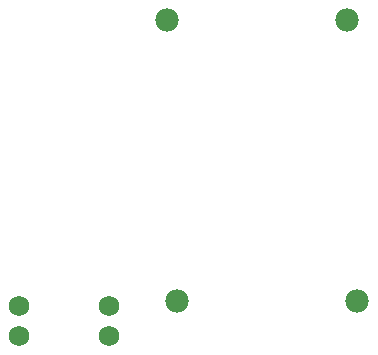
<source format=gbs>
G04 Layer: BottomSolderMaskLayer*
G04 EasyEDA v6.5.50, 2025-06-16 12:03:04*
G04 55e65c3ac0eb4ad98c6e674942cef6fe,3f078cb1506742e7acfa9f53f525b8a4,10*
G04 Gerber Generator version 0.2*
G04 Scale: 100 percent, Rotated: No, Reflected: No *
G04 Dimensions in millimeters *
G04 leading zeros omitted , absolute positions ,4 integer and 5 decimal *
%FSLAX45Y45*%
%MOMM*%

%ADD10C,1.7526*%
%ADD11C,1.9812*%
%ADD12C,0.0112*%

%LPD*%
D10*
G01*
X1430705Y2479497D03*
G01*
X1430705Y2225497D03*
G01*
X2192705Y2479497D03*
G01*
X2192705Y2225497D03*
D11*
G01*
X2679700Y4902200D03*
G01*
X4203700Y4902200D03*
G01*
X2768600Y2527300D03*
G01*
X4292600Y2527300D03*
M02*

</source>
